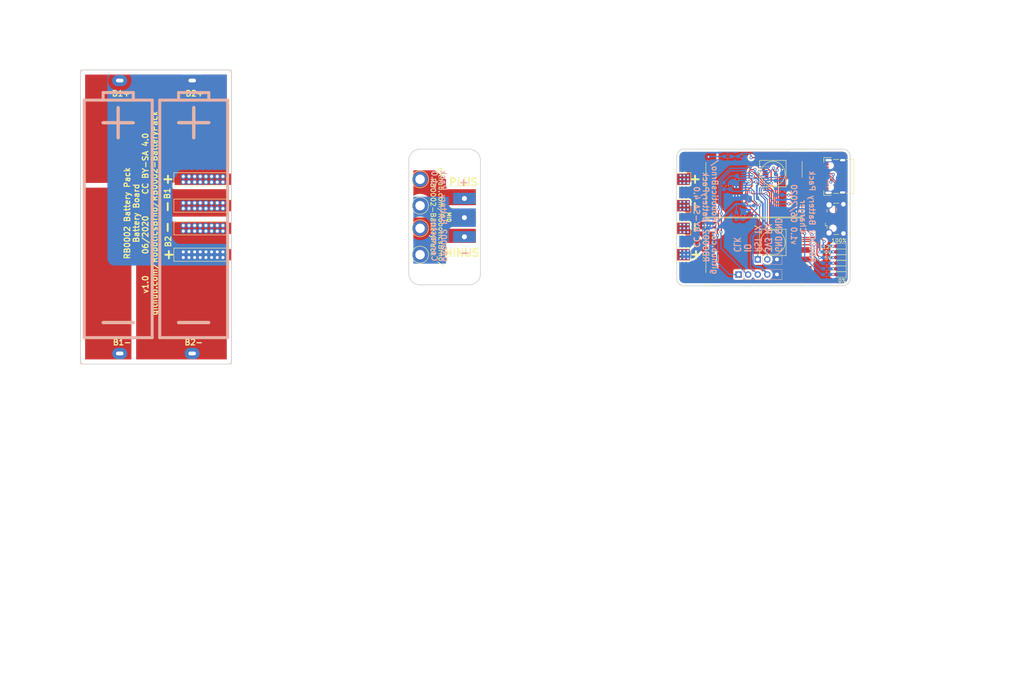
<source format=kicad_pcb>
(kicad_pcb (version 20241229) (generator "pcbnew") (generator_version "9.0")
  (layers (0 "F.Cu" signal) (2 "B.Cu" signal) (13 "F.Paste" user) (15 "B.Paste" user) (5 "F.SilkS" user "F.Silkscreen") (7 "B.SilkS" user "B.Silkscreen") (1 "F.Mask" user) (3 "B.Mask" user) (25 "Edge.Cuts" user))
  (net 0 "")
  (net 1 "+3V3")
  (net 2 "GND")
  (net 3 "VBUS")
  (net 4 "Net-(D1-Pad2)")
  (net 5 "Net-(D2-Pad2)")
  (net 6 "Net-(D3-Pad2)")
  (net 7 "D+")
  (net 8 "D-")
  (net 9 "RST")
  (net 10 "SWCLK")
  (net 11 "SWDIO")
  (net 12 "RX")
  (net 13 "TX")
  (net 14 "Net-(J14-Pad1)")
  (net 15 "Net-(J16-Pad1)")
  (net 16 "Net-(R5-Pad1)")
  (net 17 "Net-(R6-Pad1)")
  (net 18 "Net-(R7-Pad1)")
  (net 19 "/VBUS_SENSE")
  (net 20 "/OUT+")
  (net 21 "/MID")
  (net 22 "/OUT-")
  (net 23 "/BP_B2+")
  (net 24 "/BP_B2-")
  (net 25 "/BP_B1-")
  (net 26 "/BP_B1+")
  (net 27 "BAT1+")
  (net 28 "Net-(D4-Pad2)")
  (net 29 "Net-(D5-Pad2)")
  (net 30 "Net-(D6-Pad2)")
  (net 31 "BAT2+")
  (net 32 "BAT2_V")
  (net 33 "BAT1_V")
  (net 34 "Net-(R14-Pad1)")
  (net 35 "Net-(R15-Pad1)")
  (net 36 "Net-(R16-Pad1)")
  (footprint "Connector_USB:USB_Micro-B_Wuerth_629105150521_CircularHoles" (layer "F.Cu") (at 230.25 70.5 90)
    (property "Reference" "J1" (hide yes))
    (property "Value" "Mirco USB")
  )
  (footprint "batteryPack:2mm_Banana-Socket" (layer "F.Cu") (at 70 80 -90)
    (property "Reference" "J9" (hide yes))
    (property "Value" "B2+")
  )
  (footprint "batteryPack:2mm_Banana-Socket" (layer "F.Cu") (at 70 60 -90)
    (property "Reference" "J10" (hide yes))
    (property "Value" "B1+")
  )
  (footprint "batteryPack:2mm_Banana-Socket" (layer "F.Cu") (at 70 67 -90)
    (property "Reference" "J11" (hide yes))
    (property "Value" "B1-")
  )
  (footprint "batteryPack:2mm_Banana-Socket" (layer "F.Cu") (at 70 73 -90)
    (property "Reference" "J12" (hide yes))
    (property "Value" "B2-")
  )
  (footprint "batteryPack:USB_C_Female-16Pin-HPJF" (layer "F.Cu") (at 227.25 59.25 90)
    (property "Reference" "P1" (hide yes))
    (property "Value" "USB-C")
  )
  (footprint "batteryPack:TP5100-Module" (layer "F.Cu") (at 208.5 79.25 180)
    (property "Reference" "U4" (hide yes))
    (property "Value" "TP5100-Module")
  )
  (footprint "batteryPack:2mm_Banana-Vertical" (layer "F.Cu") (at 120 67)
    (property "Reference" "J3" (hide yes))
    (property "Value" "B1-")
  )
  (footprint "batteryPack:2mm_Banana-Vertical" (layer "F.Cu") (at 120 80)
    (property "Reference" "J5" (hide yes))
    (property "Value" "B2+")
  )
  (footprint "MountingHole:MountingHole_3.2mm_M3" (layer "F.Cu") (at 129 56)
    (property "Reference" "H1" (hide yes))
    (property "Value" "MountingHole")
  )
  (footprint "MountingHole:MountingHole_3.2mm_M3" (layer "F.Cu") (at 129 84)
    (property "Reference" "H2" (hide yes))
    (property "Value" "MountingHole")
  )
  (footprint "batteryPack:Terminal_1x03_P5.08mm_Horizontal" (layer "F.Cu") (at 131.75 75.25 90)
    (property "Reference" "J6" (hide yes))
    (property "Value" "CableConnector")
  )
  (footprint "batteryPack:2mm_Banana-Vertical" (layer "F.Cu") (at 120 73)
    (property "Reference" "J4" (hide yes))
    (property "Value" "B2-")
  )
  (footprint "batteryPack:2mm_Banana-Vertical" (layer "F.Cu") (at 120 60)
    (property "Reference" "J2" (hide yes))
    (property "Value" "B1+")
  )
  (footprint "batteryPack:TP5100-Module" (layer "F.Cu") (at 208.5 61 180)
    (property "Reference" "U1" (hide yes))
    (property "Value" "TP5100-Module")
  )
  (footprint "LED_SMD:LED_0603_1608Metric_Pad1.05x0.95mm_HandSolder" (layer "F.Cu") (at 231.25 77.75 180)
    (property "Reference" "D3" (hide yes))
    (property "Value" "LED_12V")
  )
  (footprint "batteryPack:2mm_Banana-Plug" (layer "F.Cu") (at 188 67 90)
    (property "Reference" "J14" (hide yes))
    (property "Value" "B1-")
  )
  (footprint "batteryPack:2mm_Banana-Plug" (layer "F.Cu") (at 188 60 90)
    (property "Reference" "J13" (hide yes))
    (property "Value" "B1+")
  )
  (footprint "batteryPack:2mm_Banana-Plug" (layer "F.Cu") (at 188 73 90)
    (property "Reference" "J16" (hide yes))
    (property "Value" "B2-")
  )
  (footprint "batteryPack:2mm_Banana-Plug" (layer "F.Cu") (at 188 80 90)
    (property "Reference" "J15" (hide yes))
    (property "Value" "B2+")
  )
  (footprint "LED_SMD:LED_0603_1608Metric_Pad1.05x0.95mm_HandSolder" (layer "F.Cu") (at 231.25 79.25 180)
    (property "Reference" "D2" (hide yes))
    (property "Value" "LED_9V")
  )
  (footprint "LED_SMD:LED_0603_1608Metric_Pad1.05x0.95mm_HandSolder" (layer "F.Cu") (at 231.25 82.25 180)
    (property "Reference" "D4" (hide yes))
    (property "Value" "LED_40%")
  )
  (footprint "LED_SMD:LED_0603_1608Metric_Pad1.05x0.95mm_HandSolder" (layer "F.Cu") (at 231.25 83.75 180)
    (property "Reference" "D5" (hide yes))
    (property "Value" "LED_20%")
  )
  (footprint "LED_SMD:LED_0603_1608Metric_Pad1.05x0.95mm_HandSolder" (layer "F.Cu") (at 231.25 85.25 180)
    (property "Reference" "D6" (hide yes))
    (property "Value" "LED_0%")
  )
  (footprint "LED_SMD:LED_0603_1608Metric_Pad1.05x0.95mm_HandSolder" (layer "F.Cu") (at 231.25 80.75 180)
    (property "Reference" "D1" (hide yes))
    (property "Value" "LED_5V")
  )
  (footprint "batteryPack:BAT_BK-18650-PC4" (layer "B.Cu") (at 50 70 -90)
    (property "Reference" "BT1" (hide yes))
    (property "Value" "BK-18650-PC4")
  )
  (footprint "Capacitor_SMD:C_0603_1608Metric_Pad1.05x0.95mm_HandSolder" (layer "B.Cu") (at 204 60 90)
    (property "Reference" "C1" (hide yes))
    (property "Value" "470n")
  )
  (footprint "Capacitor_SMD:C_0603_1608Metric_Pad1.05x0.95mm_HandSolder" (layer "B.Cu") (at 205.75 65.75 -90)
    (property "Reference" "C2" (hide yes))
    (property "Value" "470n")
  )
  (footprint "Connector_PinHeader_2.54mm:PinHeader_1x05_P2.54mm_Vertical" (layer "B.Cu") (at 204.42 85.25 -90)
    (property "Reference" "J7" (hide yes))
    (property "Value" "SWD")
  )
  (footprint "Connector_PinHeader_2.54mm:PinHeader_1x03_P2.54mm_Vertical" (layer "B.Cu") (at 209.5 81.25 -90)
    (property "Reference" "J8" (hide yes))
    (property "Value" "UART")
  )
  (footprint "Resistor_SMD:R_0603_1608Metric_Pad1.05x0.95mm_HandSolder" (layer "B.Cu") (at 200.5 61.75 -90)
    (property "Reference" "R1" (hide yes))
    (property "Value" "10k")
  )
  (footprint "Resistor_SMD:R_0603_1608Metric_Pad1.05x0.95mm_HandSolder" (layer "B.Cu") (at 202.25 61.75 90)
    (property "Reference" "R2" (hide yes))
    (property "Value" "2k4")
  )
  (footprint "Resistor_SMD:R_0603_1608Metric_Pad1.05x0.95mm_HandSolder" (layer "B.Cu") (at 214.25 63.25 -90)
    (property "Reference" "R3" (hide yes))
    (property "Value" "10k")
  )
  (footprint "Resistor_SMD:R_0603_1608Metric_Pad1.05x0.95mm_HandSolder" (layer "B.Cu") (at 216 63.25 90)
    (property "Reference" "R4" (hide yes))
    (property "Value" "2k4")
  )
  (footprint "Resistor_SMD:R_0603_1608Metric_Pad1.05x0.95mm_HandSolder" (layer "B.Cu") (at 214.25 59.5 -90)
    (property "Reference" "R8" (hide yes))
    (property "Value" "62k")
  )
  (footprint "Resistor_SMD:R_0603_1608Metric_Pad1.05x0.95mm_HandSolder" (layer "B.Cu") (at 216 59.5 90)
    (property "Reference" "R9" (hide yes))
    (property "Value" "10k")
  )
  (footprint "Resistor_SMD:R_0603_1608Metric_Pad1.05x0.95mm_HandSolder" (layer "B.Cu") (at 227.75 80.75)
    (property "Reference" "R5" (hide yes))
    (property "Value" "1k")
  )
  (footprint "Package_SO:TSSOP-20_4.4x6.5mm_P0.65mm" (layer "B.Cu") (at 208.75 60 180)
    (property "Reference" "U2" (hide yes))
    (property "Value" "STM32F030F4Px")
  )
  (footprint "Resistor_SMD:R_0603_1608Metric_Pad1.05x0.95mm_HandSolder" (layer "B.Cu") (at 227.75 77.75)
    (property "Reference" "R7" (hide yes))
    (property "Value" "1k")
  )
  (footprint "Resistor_SMD:R_0603_1608Metric_Pad1.05x0.95mm_HandSolder" (layer "B.Cu") (at 203.85 69.65 -90)
    (property "Reference" "R10" (hide yes))
    (property "Value" "10k")
  )
  (footprint "Resistor_SMD:R_0603_1608Metric_Pad1.05x0.95mm_HandSolder" (layer "B.Cu") (at 205.55 69.65 90)
    (property "Reference" "R11" (hide yes))
    (property "Value" "20k")
  )
  (footprint "Resistor_SMD:R_0603_1608Metric_Pad1.05x0.95mm_HandSolder" (layer "B.Cu") (at 201.55 53.95)
    (property "Reference" "R12" (hide yes))
    (property "Value" "10k")
  )
  (footprint "Resistor_SMD:R_0603_1608Metric_Pad1.05x0.95mm_HandSolder" (layer "B.Cu") (at 205.25 53.95)
    (property "Reference" "R13" (hide yes))
    (property "Value" "20k")
  )
  (footprint "Resistor_SMD:R_0603_1608Metric_Pad1.05x0.95mm_HandSolder" (layer "B.Cu") (at 227.75 82.25)
    (property "Reference" "R14" (hide yes))
    (property "Value" "1k")
  )
  (footprint "Resistor_SMD:R_0603_1608Metric_Pad1.05x0.95mm_HandSolder" (layer "B.Cu") (at 227.75 83.75)
    (property "Reference" "R15" (hide yes))
    (property "Value" "1k")
  )
  (footprint "Resistor_SMD:R_0603_1608Metric_Pad1.05x0.95mm_HandSolder" (layer "B.Cu") (at 227.75 85.25)
    (property "Reference" "R16" (hide yes))
    (property "Value" "1k")
  )
  (footprint "Package_TO_SOT_SMD:SOT-23" (layer "B.Cu") (at 208.5 66 -90)
    (property "Reference" "U3" (hide yes))
    (property "Value" "XC6206P332MR")
  )
  (footprint "Resistor_SMD:R_0603_1608Metric_Pad1.05x0.95mm_HandSolder" (layer "B.Cu") (at 227.75 79.25)
    (property "Reference" "R6" (hide yes))
    (property "Value" "1k")
  )
  (gr_line (start 35.975 45) (end 43.975 45) (stroke (width 0.8)) (layer "F.SilkS"))
  (gr_line (start 39.975 49) (end 39.975 41) (stroke (width 0.8)) (layer "F.SilkS"))
  (gr_line (start 60.025 48.975) (end 60.025 40.975) (stroke (width 0.8)) (layer "F.SilkS"))
  (gr_line (start 56.025 44.975) (end 64.025 44.975) (stroke (width 0.8)) (layer "F.SilkS"))
  (gr_line (start 55.975 98) (end 63.975 98) (stroke (width 0.8)) (layer "F.SilkS"))
  (gr_line (start 36 98) (end 44 98) (stroke (width 0.8)) (layer "F.SilkS"))
  (gr_line (start 69 39) (end 69 102) (stroke (width 0.8)) (layer "B.SilkS"))
  (gr_line (start 56 45) (end 64 45) (stroke (width 0.8)) (layer "B.SilkS"))
  (gr_line (start 64 37) (end 64 39) (stroke (width 0.8)) (layer "B.SilkS"))
  (gr_line (start 60 41) (end 60 49) (stroke (width 0.8)) (layer "B.SilkS"))
  (gr_line (start 56 37) (end 64 37) (stroke (width 0.8)) (layer "B.SilkS"))
  (gr_line (start 56 39) (end 56 37) (stroke (width 0.8)) (layer "B.SilkS"))
  (gr_line (start 51 102) (end 51 39) (stroke (width 0.8)) (layer "B.SilkS"))
  (gr_line (start 69 102) (end 51 102) (stroke (width 0.8)) (layer "B.SilkS"))
  (gr_line (start 51 39) (end 69 39) (stroke (width 0.8)) (layer "B.SilkS"))
  (gr_line (start 56 98) (end 64 98) (stroke (width 0.8)) (layer "B.SilkS"))
  (gr_line (start 36 45) (end 44 45) (stroke (width 0.8)) (layer "B.SilkS"))
  (gr_line (start 40 41) (end 40 49) (stroke (width 0.8)) (layer "B.SilkS"))
  (gr_line (start 31 39) (end 49 39) (stroke (width 0.8)) (layer "B.SilkS"))
  (gr_line (start 36 37) (end 44 37) (stroke (width 0.8)) (layer "B.SilkS"))
  (gr_line (start 31 102) (end 31 39) (stroke (width 0.8)) (layer "B.SilkS"))
  (gr_line (start 49 39) (end 49 102) (stroke (width 0.8)) (layer "B.SilkS"))
  (gr_line (start 49 102) (end 31 102) (stroke (width 0.8)) (layer "B.SilkS"))
  (gr_line (start 36 98) (end 44 98) (stroke (width 0.8)) (layer "B.SilkS"))
  (gr_line (start 44 37) (end 44 39) (stroke (width 0.8)) (layer "B.SilkS"))
  (gr_line (start 36 39) (end 36 37) (stroke (width 0.8)) (layer "B.SilkS"))
  (gr_line (start 234 54) (end 234 86.25) (stroke (width 0.2)) (layer "Edge.Cuts"))
  (gr_line (start 136 55) (end 136 85) (stroke (width 0.2)) (layer "Edge.Cuts"))
  (gr_line (start 117 85) (end 117 55) (stroke (width 0.2)) (layer "Edge.Cuts"))
  (gr_line (start 120 52) (end 133 52) (stroke (width 0.2)) (layer "Edge.Cuts"))
  (gr_line (start 133 88) (end 120 88) (stroke (width 0.2)) (layer "Edge.Cuts"))
  (gr_arc (start 136 85) (mid 135.12132 87.12132) (end 133 88) (stroke (width 0.2)) (layer "Edge.Cuts"))
  (gr_arc (start 120 88) (mid 117.87868 87.12132) (end 117 85) (stroke (width 0.2)) (layer "Edge.Cuts"))
  (gr_arc (start 117 55) (mid 117.87868 52.87868) (end 120 52) (stroke (width 0.2)) (layer "Edge.Cuts"))
  (gr_arc (start 31 109) (mid 30.292893 108.707107) (end 30 108) (stroke (width 0.2)) (layer "Edge.Cuts"))
  (gr_arc (start 30 32) (mid 30.292893 31.292893) (end 31 31) (stroke (width 0.2)) (layer "Edge.Cuts"))
  (gr_arc (start 69 31) (mid 69.707107 31.292893) (end 70 32) (stroke (width 0.2)) (layer "Edge.Cuts"))
  (gr_arc (start 232 52) (mid 233.414214 52.585786) (end 234 54) (stroke (width 0.2)) (layer "Edge.Cuts"))
  (gr_arc (start 188 54) (mid 188.585786 52.585786) (end 190 52) (stroke (width 0.2)) (layer "Edge.Cuts"))
  (gr_arc (start 190 88.25) (mid 188.585786 87.664214) (end 188 86.25) (stroke (width 0.2)) (layer "Edge.Cuts"))
  (gr_arc (start 234 86.25) (mid 233.414214 87.664214) (end 232 88.25) (stroke (width 0.2)) (layer "Edge.Cuts"))
  (gr_line (start 69 31) (end 31 31) (stroke (width 0.2)) (layer "Edge.Cuts"))
  (gr_line (start 31 109) (end 69 109) (stroke (width 0.2)) (layer "Edge.Cuts"))
  (gr_arc (start 70 108) (mid 69.707107 108.707107) (end 69 109) (stroke (width 0.2)) (layer "Edge.Cuts"))
  (gr_line (start 190 52) (end 232 52) (stroke (width 0.2)) (layer "Edge.Cuts"))
  (gr_arc (start 133 52) (mid 135.12132 52.87868) (end 136 55) (stroke (width 0.2)) (layer "Edge.Cuts"))
  (gr_line (start 232 88.25) (end 190 88.25) (stroke (width 0.2)) (layer "Edge.Cuts"))
  (gr_line (start 70 32) (end 70 108) (stroke (width 0.2)) (layer "Edge.Cuts"))
  (gr_line (start 188 86.25) (end 188 54) (stroke (width 0.2)) (layer "Edge.Cuts"))
  (gr_line (start 30 32) (end 30 108) (stroke (width 0.2)) (layer "Edge.Cuts"))
  (gr_text "MINUS" (at 131 79.5 0) (layer "F.SilkS") (effects (font (size 2 2) (thickness 0.4))))
  (gr_text "+" (at 53 60 90) (layer "F.SilkS") (effects (font (size 2.5 2.5) (thickness 0.5))))
  (gr_text "_" (at 51.75 67.25 90) (layer "F.SilkS") (effects (font (size 2.5 2.5) (thickness 0.5))))
  (gr_text "_" (at 51.75 72.75 90) (layer "F.SilkS") (effects (font (size 2.5 2.5) (thickness 0.5))))
  (gr_text "+" (at 53.25 80 90) (layer "F.SilkS") (effects (font (size 2.5 2.5) (thickness 0.5))))
  (gr_text "B2" (at 53.25 76.5 90) (layer "F.SilkS") (effects (font (size 1.5 1.5) (thickness 0.3))))
  (gr_text "B1" (at 53 63.75 90) (layer "F.SilkS") (effects (font (size 1.5 1.5) (thickness 0.3))))
  (gr_text "B2+" (at 60.25 37.25 0) (layer "F.SilkS") (effects (font (size 1.5 1.5) (thickness 0.3))))
  (gr_text "B2-" (at 60 103.25 0) (layer "F.SilkS") (effects (font (size 1.5 1.5) (thickness 0.3))))
  (gr_text "B1-" (at 41 103.25 0) (layer "F.SilkS") (effects (font (size 1.5 1.5) (thickness 0.3))))
  (gr_text "github.com/RoboticsBrno/\nRB0002-BatteryPack" (at 124.5 70 270) (layer "F.SilkS") (effects (font (size 1.3 1.3) (thickness 0.2))))
  (gr_text "0%" (at 231.85 86.85 0) (layer "F.SilkS") (effects (font (size 1 1))))
  (gr_text "_" (at 191.45 67.25 90) (layer "F.SilkS") (effects (font (size 2.5 2.5) (thickness 0.5))))
  (gr_text "+" (at 192.7 60 90) (layer "F.SilkS") (effects (font (size 2.5 2.5) (thickness 0.5))))
  (gr_text "_" (at 191.45 72.75 90) (layer "F.SilkS") (effects (font (size 2.5 2.5) (thickness 0.5))))
  (gr_text "+" (at 192.95 80 90) (layer "F.SilkS") (effects (font (size 2.5 2.5) (thickness 0.5))))
  (gr_text "MID" (at 127.637 70.037 270) (layer "F.SilkS") (effects (font (size 1 1) (thickness 0.25))))
  (gr_text "B1+" (at 40.75 37.25 0) (layer "F.SilkS") (effects (font (size 1.5 1.5) (thickness 0.3))))
  (gr_text "12V\n9V\n5V\n" (at 228.05 79.45 0) (layer "F.SilkS") (effects (font (size 0.9 1))))
  (gr_text "PLUS" (at 131.5 60.75 0) (layer "F.SilkS") (effects (font (size 2 2) (thickness 0.4))))
  (gr_text "100%" (at 231.05 76.25 0) (layer "F.SilkS") (effects (font (size 1 1))))
  (gr_text "RB0002 Battery Pack\nBattery Board\nv1.0     06/2020     CC BY-SA 4.0\ngithub.com/RoboticsBrno/RB0002-BatteryPack" (at 46 69 90) (layer "F.SilkS") (effects (font (size 1.5 1.5) (thickness 0.3))))
  (gr_text "GND\nRX\nTX" (at 212.25 74.75 270) (layer "B.SilkS") (effects (font (size 1.7 1.4) (thickness 0.3)) (justify left mirror)))
  (gr_text "github.com/RoboticsBrno/\nRB0002-BatteryPack\nCC BY-SA 4.0" (at 195.709 70.037 270) (layer "B.SilkS") (effects (font (size 1.5 1.5) (thickness 0.3)) (justify mirror)))
  (gr_text "RB0002 Battery Pack\nConnector       v1.0" (at 125 69.75 270) (layer "B.SilkS") (effects (font (size 1.5 1.5) (thickness 0.3)) (justify mirror)))
  (gr_text "RB0002 Battery Pack\nCharger\n v1.0 06/2020" (at 221.49 69.91 270) (layer "B.SilkS") (effects (font (size 1.5 1.5) (thickness 0.3)) (justify mirror)))
  (gr_text "+" (at 131.574 60.766 0) (layer "B.SilkS") (effects (font (size 2 2) (thickness 0.4)) (justify mirror)))
  (gr_text "-" (at 131.955 79.435 0) (layer "B.SilkS") (effects (font (size 2 2) (thickness 0.4)) (justify mirror)))
  (gr_text "GND\n3V3\nRST\nIO\nCLK" (at 209.5 79.5 270) (layer "B.SilkS") (effects (font (size 1.7 1.4) (thickness 0.3)) (justify left mirror)))
  (segment (start 209.849507 60.298049) (end 209.301458 59.75) (width 0.5) (layer "B.Cu") (net 1))
  (segment (start 212 85) (end 210.25 83.25) (width 0.5) (layer "B.Cu") (net 1))
  (segment (start 216.5 59.5) (end 216.82501 59.82501) (width 0.3) (layer "B.Cu") (net 1))
  (segment (start 211.6125 59.675) (end 212.45 59.675) (width 0.3) (layer "B.Cu") (net 1))
  (segment (start 207.947625 59.861805) (end 209.138195 59.861805) (width 0.25) (layer "B.Cu") (net 1))
  (segment (start 209.301458 59.75) (end 209.25 59.75) (width 0.5) (layer "B.Cu") (net 1))
  (segment (start 204.55 59.675) (end 205.8875 59.675) (width 0.3) (layer "B.Cu") (net 1))
  (segment (start 212.45 59.675) (end 212.625 59.5) (width 0.3) (layer "B.Cu") (net 1))
  (segment (start 209.290589 59.709411) (end 210.562355 59.709411) (width 0.25) (layer "B.Cu") (net 1))
  (segment (start 210.850012 66.450012) (end 209.45 65.05) (width 0.5) (layer "B.Cu") (net 1))
  (segment (start 209.249979 61.685047) (end 209.849507 61.085519) (width 0.5) (layer "B.Cu") (net 1))
  (segment (start 216.82501 59.82501) (end 216.82501 60.92499) (width 0.3) (layer "B.Cu") (net 1))
  (segment (start 200.5 60.875) (end 202.25 59.125) (width 0.3) (layer "B.Cu") (net 1))
  (segment (start 212.625 59.5) (end 216.5 59.5) (width 0.3) (layer "B.Cu") (net 1))
  (segment (start 216.49999 61.25001) (end 215.37499 61.25001) (width 0.3) (layer "B.Cu") (net 1))
  (segment (start 214.749072 61.875928) (end 214.25 62.375) (width 0.3) (layer "B.Cu") (net 1))
  (segment (start 212 85.25) (end 212 85) (width 0.5) (layer "B.Cu") (net 1))
  (segment (start 202.25 59.125) (end 204 59.125) (width 0.3) (layer "B.Cu") (net 1))
  (segment (start 204 59.125) (end 204.55 59.675) (width 0.3) (layer "B.Cu") (net 1))
  (segment (start 215.37499 61.25001) (end 214.749072 61.875928) (width 0.3) (layer "B.Cu") (net 1))
  (segment (start 209.249979 64.799979) (end 209.249979 61.685047) (width 0.5) (layer "B.Cu") (net 1))
  (segment (start 209.138195 59.861805) (end 209.25 59.75) (width 0.25) (layer "B.Cu") (net 1))
  (segment (start 207.76082 59.675) (end 207.947625 59.861805) (width 0.25) (layer "B.Cu") (net 1))
  (segment (start 210.562355 59.709411) (end 211.675 59.675) (width 0.25) (layer "B.Cu") (net 1))
  (segment (start 209.849507 61.085519) (end 209.849507 60.298049) (width 0.5) (layer "B.Cu") (net 1))
  (segment (start 208.199999 82.460001) (end 208.199999 75.250001) (width 0.5) (layer "B.Cu") (net 1))
  (segment (start 210.25 83.25) (end 208.989998 83.25) (width 0.5) (layer "B.Cu") (net 1))
  (segment (start 208.199999 75.250001) (end 210.850012 72.599988) (width 0.5) (layer "B.Cu") (net 1))
  (segment (start 209.25 59.75) (end 209.290589 59.709411) (width 0.25) (layer "B.Cu") (net 1))
  (segment (start 209.45 65.05) (end 209.45 65) (width 0.5) (layer "B.Cu") (net 1))
  (segment (start 205.8875 59.675) (end 207.76082 59.675) (width 0.25) (layer "B.Cu") (net 1))
  (segment (start 216.82501 60.92499) (end 216.49999 61.25001) (width 0.3) (layer "B.Cu") (net 1))
  (segment (start 209.45 65) (end 209.249979 64.799979) (width 0.5) (layer "B.Cu") (net 1))
  (segment (start 208.989998 83.25) (end 208.199999 82.460001) (width 0.5) (layer "B.Cu") (net 1))
  (segment (start 210.850012 72.599988) (end 210.850012 66.450012) (width 0.5) (layer "B.Cu") (net 1))
  (segment (start 228.35 66.825) (end 228.4 66.775) (width 0.25) (layer "F.Cu") (net 2))
  (segment (start 227.25 62.6) (end 227.25 62.3) (width 0.25) (layer "F.Cu") (net 2))
  (segment (start 227.25 56.2) (end 227.25 55.9) (width 0.25) (layer "F.Cu") (net 2))
  (segment (start 228.35 69.2) (end 228.35 66.825) (width 0.25) (layer "F.Cu") (net 2))
  (via (at 219.75 67.5) (size 0.8) (drill 0.4) (layers "F.Cu" "B.Cu") (net 2))
  (via (at 219.75 68.5) (size 0.8) (drill 0.4) (layers "F.Cu" "B.Cu") (net 2))
  (via (at 220.75 67.5) (size 0.8) (drill 0.4) (layers "F.Cu" "B.Cu") (net 2))
  (via (at 220.75 68.5) (size 0.8) (drill 0.4) (layers "F.Cu" "B.Cu") (net 2))
  (via (at 221.75 67.5) (size 0.8) (drill 0.4) (layers "F.Cu" "B.Cu") (net 2))
  (via (at 204.65 64.35) (size 0.8) (drill 0.4) (layers "F.Cu" "B.Cu") (net 2))
  (via (at 210.15 56.65) (size 0.8) (drill 0.4) (layers "F.Cu" "B.Cu") (net 2))
  (via (at 221.75 68.5) (size 0.8) (drill 0.4) (layers "F.Cu" "B.Cu") (net 2))
  (via (at 203.85 64.35) (size 0.8) (drill 0.4) (layers "F.Cu" "B.Cu") (net 2))
  (via (at 203.37497 62) (size 0.8) (drill 0.4) (layers "F.Cu" "B.Cu") (net 2))
  (via (at 208.45 69.85) (size 0.8) (drill 0.4) (layers "F.Cu" "B.Cu") (net 2))
  (via (at 206.65 68.55) (size 0.8) (drill 0.4) (layers "F.Cu" "B.Cu") (net 2))
  (via (at 216.050004 57.45) (size 0.8) (drill 0.4) (layers "F.Cu" "B.Cu") (net 2))
  (via (at 204.25 62.05) (size 0.8) (drill 0.4) (layers "F.Cu" "B.Cu") (net 2))
  (via (at 203.05 64.35) (size 0.8) (drill 0.4) (layers "F.Cu" "B.Cu") (net 2))
  (segment (start 204 61.4) (end 203.4 62) (width 0.3) (layer "B.Cu") (net 2))
  (segment (start 216 57.500004) (end 216.050004 57.45) (width 0.3) (layer "B.Cu") (net 2))
  (segment (start 218 62.25) (end 217.875 62.375) (width 0.25) (layer "B.Cu") (net 2))
  (segment (start 204.55 60.325) (end 204 60.875) (width 0.3) (layer "B.Cu") (net 2))
  (segment (start 205.55 68.775) (end 206.425 68.775) (width 0.3) (layer "B.Cu") (net 2))
  (segment (start 210.575 57.075) (end 210.15 56.65) (width 0.3) (layer "B.Cu") (net 2))
  (segment (start 218 60.15) (end 218 62.25) (width 0.25) (layer "B.Cu") (net 2))
  (segment (start 206.425 68.775) (end 206.65 68.55) (width 0.3) (layer "B.Cu") (net 2))
  (segment (start 206.625 64.25) (end 206.625 65.125) (width 0.5) (layer "B.Cu") (net 2))
  (segment (start 217.875 62.375) (end 216 62.375) (width 0.25) (layer "B.Cu") (net 2))
  (segment (start 206.625 65.725) (end 207 66.1) (width 0.5) (layer "B.Cu") (net 2))
  (segment (start 206.625 65.125) (end 206.625 65.725) (width 0.5) (layer "B.Cu") (net 2))
  (segment (start 205.8875 60.325) (end 204.55 60.325) (width 0.3) (layer "B.Cu") (net 2))
  (segment (start 216 58.625) (end 216 57.500004) (width 0.3) (layer "B.Cu") (net 2))
  (segment (start 216.475 58.625) (end 218 60.15) (width 0.25) (layer "B.Cu") (net 2))
  (segment (start 211.6125 57.075) (end 210.575 57.075) (width 0.3) (layer "B.Cu") (net 2))
  (segment (start 217.71728 62.375) (end 218.09228 62) (width 0.3) (layer "B.Cu") (net 2))
  (segment (start 216 58.625) (end 216.475 58.625) (width 0.25) (layer "B.Cu") (net 2))
  (segment (start 216 62.375) (end 217.71728 62.375) (width 0.3) (layer "B.Cu") (net 2))
  (segment (start 203.4 62) (end 203.37497 62) (width 0.3) (layer "B.Cu") (net 2))
  (segment (start 204 60.875) (end 204 61.4) (width 0.3) (layer "B.Cu") (net 2))
  (segment (start 202.25 60.875) (end 204 60.875) (width 0.3) (layer "B.Cu") (net 2))
  (segment (start 216.100011 59.767991) (end 216.100011 68.850011) (width 2) (layer "F.Cu") (net 3))
  (segment (start 220.361283 72.25) (end 219.5 72.25) (width 2) (layer "F.Cu") (net 3))
  (segment (start 219.5 56.368002) (end 216.100011 59.767991) (width 2) (layer "F.Cu") (net 3))
  (segment (start 219.5 54) (end 219.5 56.368002) (width 2) (layer "F.Cu") (net 3))
  (segment (start 216.100011 68.850011) (end 219.5 72.25) (width 2) (layer "F.Cu") (net 3))
  (segment (start 219.5 54) (end 217.647514 54) (width 0.3) (layer "F.Cu") (net 3))
  (segment (start 214.629659 57.017855) (end 214.629659 57.58354) (width 0.3) (layer "F.Cu") (net 3))
  (segment (start 217.647514 54) (end 214.629659 57.017855) (width 0.3) (layer "F.Cu") (net 3))
  (via (at 214.629659 57.58354) (size 0.8) (drill 0.4) (layers "F.Cu" "B.Cu") (net 3))
  (segment (start 214.25 57.963199) (end 214.629659 57.58354) (width 0.3) (layer "B.Cu") (net 3))
  (segment (start 214.25 58.625) (end 214.25 57.963199) (width 0.3) (layer "B.Cu") (net 3))
  (segment (start 229.5 80.75) (end 230.5 80.75) (width 0.25) (layer "F.Cu") (net 4))
  (via (at 229.5 80.75) (size 0.8) (drill 0.4) (layers "F.Cu" "B.Cu") (net 4))
  (segment (start 228.625 80.75) (end 229.5 80.75) (width 0.25) (layer "B.Cu") (net 4))
  (segment (start 230.375 79.25) (end 229.5 79.25) (width 0.25) (layer "F.Cu") (net 5))
  (via (at 229.5 79.25) (size 0.8) (drill 0.4) (layers "F.Cu" "B.Cu") (net 5))
  (segment (start 229.5 79.25) (end 228.5 79.25) (width 0.25) (layer "B.Cu") (net 5))
  (segment (start 230.25 77.75) (end 230.5 77.75) (width 0.25) (layer "F.Cu") (net 6))
  (segment (start 229.5 77.75) (end 230.25 77.75) (width 0.25) (layer "F.Cu") (net 6))
  (via (at 229.5 77.75) (size 0.8) (drill 0.4) (layers "F.Cu" "B.Cu") (net 6))
  (segment (start 228.625 77.75) (end 229.5 77.75) (width 0.25) (layer "B.Cu") (net 6))
  (segment (start 228.844212 60.73315) (end 228.844212 60.155788) (width 0.25) (layer "F.Cu") (net 7))
  (segment (start 224.5 64.914998) (end 223.777679 64.192677) (width 0.25) (layer "F.Cu") (net 7))
  (segment (start 223.777679 64.192677) (end 218.265706 64.192677) (width 0.25) (layer "F.Cu") (net 7))
  (segment (start 227.25 58.5) (end 229.25 58.5) (width 0.25) (layer "F.Cu") (net 7))
  (segment (start 229 60) (end 228.485003 59.5) (width 0.25) (layer "F.Cu") (net 7))
  (segment (start 229.25 58.5) (end 229.5 58.75) (width 0.25) (layer "F.Cu") (net 7))
  (segment (start 230.175001 61.189998) (end 229 60) (width 0.25) (layer "F.Cu") (net 7))
  (segment (start 218.265706 64.192677) (end 217.700021 64.192677) (width 0.25) (layer "F.Cu") (net 7))
  (segment (start 229.25 70.5) (end 230.175001 69.574999) (width 0.25) (layer "F.Cu") (net 7))
  (segment (start 228.844212 60.155788) (end 229 60) (width 0.25) (layer "F.Cu") (net 7))
  (segment (start 228.485003 59.5) (end 227.25 59.5) (width 0.25) (layer "F.Cu") (net 7))
  (segment (start 228.35 70.5) (end 229.25 70.5) (width 0.25) (layer "F.Cu") (net 7))
  (segment (start 227.45 70.5) (end 224.5 67.55) (width 0.25) (layer "F.Cu") (net 7))
  (segment (start 230.175001 69.574999) (end 230.175001 61.189998) (width 0.25) (layer "F.Cu") (net 7))
  (segment (start 228.35 70.5) (end 227.45 70.5) (width 0.25) (layer "F.Cu") (net 7))
  (segment (start 224.5 67.55) (end 224.5 64.914998) (width 0.25) (layer "F.Cu") (net 7))
  (via (at 217.700021 64.192677) (size 0.8) (drill 0.4) (layers "F.Cu" "B.Cu") (net 7))
  (via (at 229.5 58.75) (size 0.8) (drill 0.4) (layers "F.Cu" "B.Cu") (net 7))
  (via (at 228.844212 60.73315) (size 0.8) (drill 0.4) (layers "F.Cu" "B.Cu") (net 7))
  (segment (start 214.25 64.125) (end 216 64.125) (width 0.3) (layer "B.Cu") (net 7))
  (segment (start 217.632344 64.125) (end 217.700021 64.192677) (width 0.25) (layer "B.Cu") (net 7))
  (segment (start 211.6125 62.925) (end 213.05 62.925) (width 0.3) (layer "B.Cu") (net 7))
  (segment (start 216 64.125) (end 217.632344 64.125) (width 0.25) (layer "B.Cu") (net 7))
  (segment (start 213.05 62.925) (end 213.750928 63.625928) (width 0.3) (layer "B.Cu") (net 7))
  (segment (start 229.5 58.75) (end 229.5 60.077362) (width 0.25) (layer "B.Cu") (net 7))
  (segment (start 229.5 60.077362) (end 228.844212 60.73315) (width 0.25) (layer "B.Cu") (net 7))
  (segment (start 213.750928 63.625928) (end 214.25 64.125) (width 0.3) (layer "B.Cu") (net 7))
  (segment (start 208.051124 63.821818) (end 207.558248 63.328942) (width 0.25) (layer "F.Cu") (net 8))
  (segment (start 227.25 59) (end 228.636411 59) (width 0.25) (layer "F.Cu") (net 8))
  (segment (start 227.45 71.15) (end 224.04999 67.74999) (width 0.25) (layer "F.Cu") (net 8))
  (segment (start 224.04999 66.92499) (end 223.70001 66.57501) (width 0.25) (layer "F.Cu") (net 8))
  (segment (start 224.04999 67.74999) (end 224.04999 66.92499) (width 0.25) (layer "F.Cu") (net 8))
  (segment (start 225.924999 59.075001) (end 225.924999 59.924999) (width 0.25) (layer "F.Cu") (net 8))
  (segment (start 229.25 71.15) (end 228.35 71.15) (width 0.25) (layer "F.Cu") (net 8))
  (segment (start 226 59) (end 225.924999 59.075001) (width 0.25) (layer "F.Cu") (net 8))
  (segment (start 223.70001 66.57501) (end 217.78519 66.57501) (width 0.25) (layer "F.Cu") (net 8))
  (segment (start 226 60) (end 227.25 60) (width 0.25) (layer "F.Cu") (net 8))
  (segment (start 230.625012 60.988601) (end 230.625012 69.774988) (width 0.25) (layer "F.Cu") (net 8))
  (segment (start 228.35 71.15) (end 227.45 71.15) (width 0.25) (layer "F.Cu") (net 8))
  (segment (start 230.625012 69.774988) (end 229.25 71.15) (width 0.25) (layer "F.Cu") (net 8))
  (segment (start 228.636411 59) (end 230.625012 60.988601) (width 0.25) (layer "F.Cu") (net 8))
  (segment (start 211.64926 63.821818) (end 208.051124 63.821818) (width 0.25) (layer "F.Cu") (net 8))
  (segment (start 227.25 59) (end 226 59) (width 0.25) (layer "F.Cu") (net 8))
  (segment (start 217.78519 66.57501) (end 217.700021 66.489841) (width 0.25) (layer "F.Cu") (net 8))
  (segment (start 225.924999 59.924999) (end 226 60) (width 0.25) (layer "F.Cu") (net 8))
  (via (at 207.558248 63.328942) (size 0.8) (drill 0.4) (layers "F.Cu" "B.Cu") (net 8))
  (via (at 217.700021 66.489841) (size 0.8) (drill 0.4) (layers "F.Cu" "B.Cu") (net 8))
  (via (at 211.64926 63.821818) (size 0.8) (drill 0.4) (layers "F.Cu" "B.Cu") (net 8))
  (segment (start 207.154306 62.925) (end 207.558248 63.328942) (width 0.25) (layer "B.Cu") (net 8))
  (segment (start 217.700021 66.489841) (end 214.317283 66.489841) (width 0.25) (layer "B.Cu") (net 8))
  (segment (start 205.8875 62.925) (end 205.61679 63.19571) (width 0.3) (layer "B.Cu") (net 8))
  (segment (start 200.5 62.625) (end 202.25 62.625) (width 0.3) (layer "B.Cu") (net 8))
  (segment (start 212.049259 64.221817) (end 211.64926 63.821818) (width 0.25) (layer "B.Cu") (net 8))
  (segment (start 205.61679 63.19571) (end 202.82071 63.19571) (width 0.3) (layer "B.Cu") (net 8))
  (segment (start 202.82071 63.19571) (end 202.749072 63.124072) (width 0.3) (layer "B.Cu") (net 8))
  (segment (start 205.8875 62.925) (end 207.154306 62.925) (width 0.25) (layer "B.Cu") (net 8))
  (segment (start 202.749072 63.124072) (end 202.25 62.625) (width 0.3) (layer "B.Cu") (net 8))
  (segment (start 214.317283 66.489841) (end 212.049259 64.221817) (width 0.25) (layer "B.Cu") (net 8))
  (segment (start 210.00001 66.848674) (end 209.148674 66.848674) (width 0.3) (layer "F.Cu") (net 9))
  (segment (start 207.971855 61.805331) (end 207.971855 60.269192) (width 0.3) (layer "F.Cu") (net 9))
  (segment (start 206.808246 62.96894) (end 207.971855 61.805331) (width 0.3) (layer "F.Cu") (net 9))
  (segment (start 207.203999 59.501336) (end 207.203999 57.896001) (width 0.3) (layer "F.Cu") (net 9))
  (segment (start 207.203999 57.896001) (end 207.659393 57.440607) (width 0.3) (layer "F.Cu") (net 9))
  (segment (start 206.808246 64.508246) (end 206.808246 62.96894) (width 0.3) (layer "F.Cu") (net 9))
  (segment (start 209.148674 66.848674) (end 206.808246 64.508246) (width 0.3) (layer "F.Cu") (net 9))
  (segment (start 207.659393 57.440607) (end 208.755807 57.440607) (width 0.3) (layer "F.Cu") (net 9))
  (segment (start 207.971855 60.269192) (end 207.203999 59.501336) (width 0.3) (layer "F.Cu") (net 9))
  (via (at 208.755807 57.440607) (size 0.8) (drill 0.4) (layers "F.Cu" "B.Cu") (net 9))
  (via (at 210.00001 66.848674) (size 0.8) (drill 0.4) (layers "F.Cu" "B.Cu") (net 9))
  (segment (start 208.755807 58.021492) (end 208.755807 58.006292) (width 0.3) (layer "B.Cu") (net 9))
  (segment (start 209.5 85.25) (end 207.599988 83.349988) (width 0.3) (layer "B.Cu") (net 9))
  (segment (start 211.75 59.05) (end 209.784315 59.05) (width 0.3) (layer "B.Cu") (net 9))
  (segment (start 210.00001 72.49999) (end 210.00001 67.414359) (width 0.3) (layer "B.Cu") (net 9))
  (segment (start 208.755807 58.006292) (end 208.755807 57.440607) (width 0.3) (layer "B.Cu") (net 9))
  (segment (start 210.00001 67.414359) (end 210.00001 66.848674) (width 0.3) (layer "B.Cu") (net 9))
  (segment (start 207.599988 83.349988) (end 207.599988 74.900012) (width 0.3) (layer "B.Cu") (net 9))
  (segment (start 207.599988 74.900012) (end 210.00001 72.49999) (width 0.3) (layer "B.Cu") (net 9))
  (segment (start 209.784315 59.05) (end 208.755807 58.021492) (width 0.3) (layer "B.Cu") (net 9))
  (segment (start 199.100002 73.389994) (end 198.85 73.639996) (width 0.3) (layer "F.Cu") (net 10))
  (segment (start 198.85 74.284315) (end 198.85 74.85) (width 0.3) (layer "F.Cu") (net 10))
  (segment (start 199.100002 67.95) (end 199.100002 73.389994) (width 0.3) (layer "F.Cu") (net 10))
  (segment (start 198.85 73.639996) (end 198.85 74.284315) (width 0.3) (layer "F.Cu") (net 10))
  (via (at 199.100002 67.95) (size 0.8) (drill 0.4) (layers "F.Cu" "B.Cu") (net 10))
  (via (at 198.85 74.85) (size 0.8) (drill 0.4) (layers "F.Cu" "B.Cu") (net 10))
  (segment (start 205.05 57.075) (end 205.8875 57.075) (width 0.3) (layer "B.Cu") (net 10))
  (segment (start 198.85 82.08) (end 198.85 75.415685) (width 0.3) (layer "B.Cu") (net 10))
  (segment (start 204.25 85.25) (end 202.02 85.25) (width 0.3) (layer "B.Cu") (net 10))
  (segment (start 199.174979 67.309338) (end 199.174979 60.137033) (width 0.3) (layer "B.Cu") (net 10))
  (segment (start 202.02 85.25) (end 198.85 82.08) (width 0.3) (layer "B.Cu") (net 10))
  (segment (start 199.100002 67.95) (end 199.100002 67.384315) (width 0.3) (layer "B.Cu") (net 10))
  (segment (start 198.85 75.415685) (end 198.85 74.85) (width 0.3) (layer "B.Cu") (net 10))
  (segment (start 202.237012 57.075) (end 205.05 57.075) (width 0.3) (layer "B.Cu") (net 10))
  (segment (start 199.100002 67.384315) (end 199.174979 67.309338) (width 0.3) (layer "B.Cu") (net 10))
  (segment (start 199.174979 60.137033) (end 202.237012 57.075) (width 0.3) (layer "B.Cu") (net 10))
  (segment (start 199.850012 73.849994) (end 199.750006 73.95) (width 0.3) (layer "F.Cu") (net 11))
  (segment (start 199.850012 69.15) (end 199.850012 73.849994) (width 0.3) (layer "F.Cu") (net 11))
  (via (at 199.850012 69.15) (size 0.8) (drill 0.4) (layers "F.Cu" "B.Cu") (net 11))
  (via (at 199.750006 73.95) (size 0.8) (drill 0.4) (layers "F.Cu" "B.Cu") (net 11))
  (segment (start 199.750006 78.249994) (end 199.750006 74.515685) (width 0.3) (layer "B.Cu") (net 11))
  (segment (start 199.750006 78.25) (end 199.750006 78.295004) (width 0.25) (layer "B.Cu") (net 11))
  (segment (start 199.67499 67.414986) (end 199.850012 67.590008) (width 0.3) (layer "B.Cu") (net 11))
  (segment (start 199.67499 60.344144) (end 199.67499 67.414986) (width 0.3) (layer "B.Cu") (net 11))
  (segment (start 202.294134 57.725) (end 199.67499 60.344144) (width 0.3) (layer "B.Cu") (net 11))
  (segment (start 199.850012 67.590008) (end 199.850012 68.584315) (width 0.3) (layer "B.Cu") (net 11))
  (segment (start 205.8875 57.725) (end 202.294134 57.725) (width 0.3) (layer "B.Cu") (net 11))
  (segment (start 199.75 78.25) (end 199.750006 78.249994) (width 0.3) (layer "B.Cu") (net 11))
  (segment (start 199.850012 68.584315) (end 199.850012 69.15) (width 0.3) (layer "B.Cu") (net 11))
  (segment (start 199.750006 74.515685) (end 199.750006 73.95) (width 0.3) (layer "B.Cu") (net 11))
  (segment (start 199.750006 78.295004) (end 206.705002 85.25) (width 0.3) (layer "B.Cu") (net 11))
  (segment (start 212.04 81.25) (end 212.04 65.32256) (width 0.25) (layer "B.Cu") (net 12))
  (segment (start 212.04 65.32256) (end 210.45 63.73256) (width 0.3) (layer "B.Cu") (net 12))
  (segment (start 210.45 63.73256) (end 210.45 62.65) (width 0.3) (layer "B.Cu") (net 12))
  (segment (start 210.45 62.65) (end 210.825 62.275) (width 0.3) (layer "B.Cu") (net 12))
  (segment (start 210.825 62.275) (end 211.6125 62.275) (width 0.3) (layer "B.Cu") (net 12))
  (segment (start 209.94999 62.442888) (end 210.767878 61.625) (width 0.3) (layer "B.Cu") (net 13))
  (segment (start 209.5 74.798543) (end 211.450023 72.84852) (width 0.3) (layer "B.Cu") (net 13))
  (segment (start 211.450023 65.439705) (end 209.949989 63.939671) (width 0.3) (layer "B.Cu") (net 13))
  (segment (start 211.450023 72.84852) (end 211.450023 65.439705) (width 0.3) (layer "B.Cu") (net 13))
  (segment (start 210.875 61.625) (end 211.6125 61.625) (width 0.3) (layer "B.Cu") (net 13))
  (segment (start 209.949989 63.939671) (end 209.94999 62.442888) (width 0.3) (layer "B.Cu") (net 13))
  (segment (start 210.767878 61.625) (end 210.875 61.625) (width 0.3) (layer "B.Cu") (net 13))
  (segment (start 209.5 81.25) (end 209.5 74.798543) (width 0.25) (layer "B.Cu") (net 13))
  (segment (start 189.75 67) (end 189.75 67) (width 2) (layer "F.Cu") (net 14))
  (segment (start 192.75 68) (end 191 68) (width 2) (layer "F.Cu") (net 14))
  (segment (start 197.5 68) (end 192.75 68) (width 2) (layer "F.Cu") (net 14))
  (segment (start 190 67) (end 189.75 67) (width 2) (layer "F.Cu") (net 14))
  (segment (start 191 68) (end 190 67) (width 2) (layer "F.Cu") (net 14))
  (via (at 189 67) (size 0.8) (drill 0.4) (layers "F.Cu" "B.Cu") (net 14))
  (via (at 189 68) (size 0.8) (drill 0.4) (layers "F.Cu" "B.Cu") (net 14))
  (via (at 189 66) (size 0.8) (drill 0.4) (layers "F.Cu" "B.Cu") (net 14))
  (via (at 191 68) (size 0.8) (drill 0.4) (layers "F.Cu" "B.Cu") (net 14))
  (via (at 191 67) (size 0.8) (drill 0.4) (layers "F.Cu" "B.Cu") (net 14))
  (via (at 191 66) (size 0.8) (drill 0.4) (layers "F.Cu" "B.Cu") (net 14))
  (via (at 190 68) (size 0.8) (drill 0.4) (layers "F.Cu" "B.Cu") (net 14))
  (via (at 190 67) (size 0.8) (drill 0.4) (layers "F.Cu" "B.Cu") (net 14))
  (via (at 190 66) (size 0.8) (drill 0.4) (layers "F.Cu" "B.Cu") (net 14))
  (segment (start 190 73) (end 197.5 80.5) (width 2) (layer "F.Cu") (net 15))
  (segment (start 197.5 80.5) (end 197.5 86.25) (width 2) (layer "F.Cu") (net 15))
  (via (at 190 72) (size 0.8) (drill 0.4) (layers "F.Cu" "B.Cu") (net 15))
  (via (at 191 74) (size 0.8) (drill 0.4) (layers "F.Cu" "B.Cu") (net 15))
  (via (at 190 74) (size 0.8) (drill 0.4) (layers "F.Cu" "B.Cu") (net 15))
  (via (at 191 73) (size 0.8) (drill 0.4) (layers "F.Cu" "B.Cu") (net 15))
  (via (at 189 73) (size 0.8) (drill 0.4) (layers "F.Cu" "B.Cu") (net 15))
  (via (at 189 72) (size 0.8) (drill 0.4) (layers "F.Cu" "B.Cu") (net 15))
  (via (at 189 74) (size 0.8) (drill 0.4) (layers "F.Cu" "B.Cu") (net 15))
  (via (at 190 73) (size 0.8) (drill 0.4) (layers "F.Cu" "B.Cu") (net 15))
  (via (at 191 72) (size 0.8) (drill 0.4) (layers "F.Cu" "B.Cu") (net 15))
  (segment (start 224.948872 76.458854) (end 225.200001 76.709983) (width 0.3) (layer "F.Cu") (net 16))
  (segment (start 212.649992 69.657112) (end 212.649959 69.657145) (width 0.3) (layer "F.Cu") (net 16))
  (segment (start 225.200001 76.709983) (end 225.200001 80.000013) (width 0.3) (layer "F.Cu") (net 16))
  (segment (start 212.200032 63.200032) (end 212.068662 63.200032) (width 0.3) (layer "F.Cu") (net 16))
  (segment (start 209.946147 61.077517) (end 209.399505 61.077517) (width 0.3) (layer "F.Cu") (net 16))
  (segment (start 217.330366 76.458854) (end 224.948872 76.458854) (width 0.3) (layer "F.Cu") (net 16))
  (segment (start 212.068662 63.200032) (end 209.946147 61.077517) (width 0.3) (layer "F.Cu") (net 16))
  (segment (start 212.649959 69.657145) (end 212.649959 71.778447) (width 0.3) (layer "F.Cu") (net 16))
  (segment (start 212.649992 63.649992) (end 212.200032 63.200032) (width 0.3) (layer "F.Cu") (net 16))
  (segment (start 225.200001 80.000013) (end 225.550001 80.350013) (width 0.3) (layer "F.Cu") (net 16))
  (segment (start 212.649992 69.657112) (end 212.649992 63.649992) (width 0.3) (layer "F.Cu") (net 16))
  (segment (start 225.550001 80.350013) (end 225.95 80.750012) (width 0.3) (layer "F.Cu") (net 16))
  (segment (start 212.649992 69.649992) (end 212.649992 69.657112) (width 0.3) (layer "F.Cu") (net 16))
  (segment (start 212.649959 71.778447) (end 217.330366 76.458854) (width 0.3) (layer "F.Cu") (net 16))
  (segment (start 209.399505 61.077517) (end 208.999506 60.677518) (width 0.3) (layer "F.Cu") (net 16))
  (via (at 208.999506 60.677518) (size 0.8) (drill 0.4) (layers "F.Cu" "B.Cu") (net 16))
  (via (at 225.95 80.750012) (size 0.8) (drill 0.4) (layers "F.Cu" "B.Cu") (net 16))
  (segment (start 208.433821 60.677518) (end 208.999506 60.677518) (width 0.3) (layer "B.Cu") (net 16))
  (segment (start 207.561339 61.55) (end 208.433821 60.677518) (width 0.3) (layer "B.Cu") (net 16))
  (segment (start 225.950012 80.75) (end 225.95 80.750012) (width 0.3) (layer "B.Cu") (net 16))
  (segment (start 226.875 80.75) (end 225.950012 80.75) (width 0.3) (layer "B.Cu") (net 16))
  (segment (start 205.85 61.55) (end 207.561339 61.55) (width 0.3) (layer "B.Cu") (net 16))
  (segment (start 209.112554 59.536802) (end 208.695626 59.536802) (width 0.3) (layer "F.Cu") (net 17))
  (segment (start 213.150002 71.571368) (end 213.150002 63.384317) (width 0.3) (layer "F.Cu") (net 17))
  (segment (start 208.695626 59.536802) (end 208.295627 59.136803) (width 0.3) (layer "F.Cu") (net 17))
  (segment (start 212.275774 62.700022) (end 209.112554 59.536802) (width 0.3) (layer "F.Cu") (net 17))
  (segment (start 225.950002 76.752862) (end 225.155983 75.958843) (width 0.3) (layer "F.Cu") (net 17))
  (segment (start 212.465708 62.700023) (end 212.275774 62.700022) (width 0.3) (layer "F.Cu") (net 17))
  (segment (start 217.537476 75.958842) (end 213.150002 71.571368) (width 0.3) (layer "F.Cu") (net 17))
  (segment (start 225.155983 75.958843) (end 217.537476 75.958842) (width 0.3) (layer "F.Cu") (net 17))
  (segment (start 213.150002 63.384317) (end 212.465708 62.700023) (width 0.3) (layer "F.Cu") (net 17))
  (segment (start 225.950002 79.25) (end 225.950002 76.752862) (width 0.3) (layer "F.Cu") (net 17))
  (via (at 208.295627 59.136803) (size 0.8) (drill 0.4) (layers "F.Cu" "B.Cu") (net 17))
  (via (at 225.950002 79.25) (size 0.8) (drill 0.4) (layers "F.Cu" "B.Cu") (net 17))
  (segment (start 207.643139 59.05) (end 207.729942 59.136803) (width 0.3) (layer "B.Cu") (net 17))
  (segment (start 226.875 79.25) (end 225.950002 79.25) (width 0.3) (layer "B.Cu") (net 17))
  (segment (start 205.85 59.05) (end 207.643139 59.05) (width 0.3) (layer "B.Cu") (net 17))
  (segment (start 207.729942 59.136803) (end 208.295627 59.136803) (width 0.3) (layer "B.Cu") (net 17))
  (segment (start 212.746951 62.200013) (end 212.482886 62.200012) (width 0.3) (layer "F.Cu") (net 18))
  (segment (start 213.749979 63.203041) (end 212.746951 62.200013) (width 0.3) (layer "F.Cu") (net 18))
  (segment (start 213.749979 71.464223) (end 213.749979 63.203041) (width 0.3) (layer "F.Cu") (net 18))
  (segment (start 226.080157 75.458832) (end 217.744588 75.458832) (width 0.3) (layer "F.Cu") (net 18))
  (segment (start 208.47449 58.191616) (end 207.96906 58.191616) (width 0.3) (layer "F.Cu") (net 18))
  (segment (start 217.744588 75.458832) (end 213.749979 71.464223) (width 0.3) (layer "F.Cu") (net 18))
  (segment (start 227.100031 76.478706) (end 226.080157 75.458832) (width 0.3) (layer "F.Cu") (net 18))
  (segment (start 212.482886 62.200012) (end 208.47449 58.191616) (width 0.3) (layer "F.Cu") (net 18))
  (via (at 207.96906 58.191616) (size 0.8) (drill 0.4) (layers "F.Cu" "B.Cu") (net 18))
  (via (at 227.100031 76.478706) (size 0.8) (drill 0.4) (layers "F.Cu" "B.Cu") (net 18))
  (segment (start 207.244991 58.35) (end 207.403375 58.191616) (width 0.3) (layer "B.Cu") (net 18))
  (segment (start 205.85 58.35) (end 207.244991 58.35) (width 0.3) (layer "B.Cu") (net 18))
  (segment (start 226.875 76.703737) (end 227.100031 76.478706) (width 0.3) (layer "B.Cu") (net 18))
  (segment (start 207.403375 58.191616) (end 207.96906 58.191616) (width 0.3) (layer "B.Cu") (net 18))
  (segment (start 226.875 77.75) (end 226.875 76.703737) (width 0.3) (layer "B.Cu") (net 18))
  (segment (start 212.35 60.325) (end 211.6125 60.325) (width 0.3) (layer "B.Cu") (net 19))
  (segment (start 213.599999 60.199999) (end 212.475001 60.199999) (width 0.3) (layer "B.Cu") (net 19))
  (segment (start 212.475001 60.199999) (end 212.35 60.325) (width 0.3) (layer "B.Cu") (net 19))
  (segment (start 214.25 60.375) (end 213.775 60.375) (width 0.3) (layer "B.Cu") (net 19))
  (segment (start 213.775 60.375) (end 213.599999 60.199999) (width 0.3) (layer "B.Cu") (net 19))
  (segment (start 214.25 60.375) (end 216 60.375) (width 0.3) (layer "B.Cu") (net 19))
  (via (at 67.75 79.25) (size 1.4) (drill 0.8) (layers "F.Cu" "B.Cu") (net 23))
  (via (at 67.75 80.75) (size 1.4) (drill 0.8) (layers "F.Cu" "B.Cu") (net 23))
  (via (at 64.75 80.75) (size 1.4) (drill 0.8) (layers "F.Cu" "B.Cu") (net 23))
  (via (at 64.75 79.25) (size 1.4) (drill 0.8) (layers "F.Cu" "B.Cu") (net 23))
  (via (at 66.25 79.25) (size 1.4) (drill 0.8) (layers "F.Cu" "B.Cu") (net 23))
  (via (at 66.25 80.75) (size 1.4) (drill 0.8) (layers "F.Cu" "B.Cu") (net 23))
  (via (at 63.25 79.25) (size 1.4) (drill 0.8) (layers "F.Cu" "B.Cu") (net 23))
  (via (at 61.75 79.25) (size 1.4) (drill 0.8) (layers "F.Cu" "B.Cu") (net 23))
  (via (at 63.25 80.75) (size 1.4) (drill 0.8) (layers "F.Cu" "B.Cu") (net 23))
  (via (at 61.75 80.75) (size 1.4) (drill 0.8) (layers "F.Cu" "B.Cu") (net 23))
  (via (at 60.25 80.75) (size 1.4) (drill 0.8) (layers "F.Cu" "B.Cu") (net 23))
  (via (at 60.25 79.25) (size 1.4) (drill 0.8) (layers "F.Cu" "B.Cu") (net 23))
  (via (at 58.75 79.25) (size 1.4) (drill 0.8) (layers "F.Cu" "B.Cu") (net 23))
  (via (at 58.75 80.75) (size 1.4) (drill 0.8) (layers "F.Cu" "B.Cu") (net 23))
  (via (at 57.25 79.25) (size 1.4) (drill 0.8) (layers "F.Cu" "B.Cu") (net 23))
  (via (at 57.25 80.75) (size 1.4) (drill 0.8) (layers "F.Cu" "B.Cu") (net 23))
  (via (at 67.75 72.25) (size 1.4) (drill 0.8) (layers "F.Cu" "B.Cu") (net 24))
  (via (at 67.75 73.75) (size 1.4) (drill 0.8) (layers "F.Cu" "B.Cu") (net 24))
  (via (at 66.25 72.25) (size 1.4) (drill 0.8) (layers "F.Cu" "B.Cu") (net 24))
  (via (at 64.75 72.25) (size 1.4) (drill 0.8) (layers "F.Cu" "B.Cu") (net 24))
  (via (at 66.25 73.75) (size 1.4) (drill 0.8) (layers "F.Cu" "B.Cu") (net 24))
  (via (at 64.75 73.75) (size 1.4) (drill 0.8) (layers "F.Cu" "B.Cu") (net 24))
  (via (at 61.75 72.25) (size 1.4) (drill 0.8) (layers "F.Cu" "B.Cu") (net 24))
  (via (at 61.75 73.75) (size 1.4) (drill 0.8) (layers "F.Cu" "B.Cu") (net 24))
  (via (at 63.25 73.75) (size 1.4) (drill 0.8) (layers "F.Cu" "B.Cu") (net 24))
  (via (at 63.25 72.25) (size 1.4) (drill 0.8) (layers "F.Cu" "B.Cu") (net 24))
  (via (at 58.75 73.75) (size 1.4) (drill 0.8) (layers "F.Cu" "B.Cu") (net 24))
  (via (at 60.25 73.75) (size 1.4) (drill 0.8) (layers "F.Cu" "B.Cu") (net 24))
  (via (at 58.75 72.25) (size 1.4) (drill 0.8) (layers "F.Cu" "B.Cu") (net 24))
  (via (at 60.25 72.25) (size 1.4) (drill 0.8) (layers "F.Cu" "B.Cu") (net 24))
  (via (at 57.25 73.75) (size 1.4) (drill 0.8) (layers "F.Cu" "B.Cu") (net 24))
  (via (at 57.25 72.25) (size 1.4) (drill 0.8) (layers "F.Cu" "B.Cu") (net 24))
  (via (at 67.75 67.75) (size 1.4) (drill 0.8) (layers "F.Cu" "B.Cu") (net 25))
  (via (at 67.75 66.25) (size 1.4) (drill 0.8) (layers "F.Cu" "B.Cu") (net 25))
  (via (at 66.25 67.75) (size 1.4) (drill 0.8) (layers "F.Cu" "B.Cu") (net 25))
  (via (at 64.75 67.75) (size 1.4) (drill 0.8) (layers "F.Cu" "B.Cu") (net 25))
  (via (at 64.75 66.25) (size 1.4) (drill 0.8) (layers "F.Cu" "B.Cu") (net 25))
  (via (at 66.25 66.25) (size 1.4) (drill 0.8) (layers "F.Cu" "B.Cu") (net 25))
  (via (at 63.25 67.75) (size 1.4) (drill 0.8) (layers "F.Cu" "B.Cu") (net 25))
  (via (at 63.25 66.25) (size 1.4) (drill 0.8) (layers "F.Cu" "B.Cu") (net 25))
  (via (at 61.75 66.25) (size 1.4) (drill 0.8) (layers "F.Cu" "B.Cu") (net 25))
  (via (at 61.75 67.75) (size 1.4) (drill 0.8) (layers "F.Cu" "B.Cu") (net 25))
  (via (at 60.25 67.75) (size 1.4) (drill 0.8) (layers "F.Cu" "B.Cu") (net 25))
  (via (at 60.25 66.25) (size 1.4) (drill 0.8) (layers "F.Cu" "B.Cu") (net 25))
  (via (at 58.75 66.25) (size 1.4) (drill 0.8) (layers "F.Cu" "B.Cu") (net 25))
  (via (at 58.75 67.75) (size 1.4) (drill 0.8) (layers "F.Cu" "B.Cu") (net 25))
  (via (at 57.25 67.75) (size 1.4) (drill 0.8) (layers "F.Cu" "B.Cu") (net 25))
  (via (at 57.25 66.25) (size 1.4) (drill 0.8) (layers "F.Cu" "B.Cu") (net 25))
  (via (at 67.75 59.25) (size 1.4) (drill 0.8) (layers "F.Cu" "B.Cu") (net 26))
  (via (at 67.75 60.75) (size 1.4) (drill 0.8) (layers "F.Cu" "B.Cu") (net 26))
  (via (at 66.25 59.25) (size 1.4) (drill 0.8) (layers "F.Cu" "B.Cu") (net 26))
  (via (at 66.25 60.75) (size 1.4) (drill 0.8) (layers "F.Cu" "B.Cu") (net 26))
  (via (at 64.75 60.75) (size 1.4) (drill 0.8) (layers "F.Cu" "B.Cu") (net 26))
  (via (at 64.75 59.25) (size 1.4) (drill 0.8) (layers "F.Cu" "B.Cu") (net 26))
  (via (at 63.25 60.75) (size 1.4) (drill 0.8) (layers "F.Cu" "B.Cu") (net 26))
  (via (at 63.25 59.25) (size 1.4) (drill 0.8) (layers "F.Cu" "B.Cu") (net 26))
  (via (at 61.75 59.25) (size 1.4) (drill 0.8) (layers "F.Cu" "B.Cu") (net 26))
  (via (at 61.75 60.75) (size 1.4) (drill 0.8) (layers "F.Cu" "B.Cu") (net 26))
  (via (at 60.25 59.25) (size 1.4) (drill 0.8) (layers "F.Cu" "B.Cu") (net 26))
  (via (at 60.25 60.75) (size 1.4) (drill 0.8) (layers "F.Cu" "B.Cu") (net 26))
  (via (at 58.75 59.25) (size 1.4) (drill 0.8) (layers "F.Cu" "B.Cu") (net 26))
  (via (at 58.75 60.75) (size 1.4) (drill 0.8) (layers "F.Cu" "B.Cu") (net 26))
  (via (at 57.25 60.75) (size 1.4) (drill 0.8) (layers "F.Cu" "B.Cu") (net 26))
  (via (at 57.25 59.25) (size 1.4) (drill 0.8) (layers "F.Cu" "B.Cu") (net 26))
  (segment (start 189.75 60) (end 189.75 60) (width 2) (layer "F.Cu") (net 27))
  (segment (start 191 60) (end 189.75 60) (width 2) (layer "F.Cu") (net 27))
  (segment (start 197.5 54) (end 194 54) (width 2) (layer "F.Cu") (net 27))
  (segment (start 194 54) (end 191.75 56.25) (width 2) (layer "F.Cu") (net 27))
  (segment (start 191.75 59.25) (end 191 60) (width 2) (layer "F.Cu") (net 27))
  (segment (start 191.75 56.25) (end 191.75 59.25) (width 2) (layer "F.Cu") (net 27))
  (via (at 190 61) (size 0.8) (drill 0.4) (layers "F.Cu" "B.Cu") (net 27))
  (via (at 191 61) (size 0.8) (drill 0.4) (layers "F.Cu" "B.Cu") (net 27))
  (via (at 191 60) (size 0.8) (drill 0.4) (layers "F.Cu" "B.Cu") (net 27))
  (via (at 191 59) (size 0.8) (drill 0.4) (layers "F.Cu" "B.Cu") (net 27))
  (via (at 190 59) (size 0.8) (drill 0.4) (layers "F.Cu" "B.Cu") (net 27))
  (via (at 190 60) (size 0.8) (drill 0.4) (layers "F.Cu" "B.Cu") (net 27))
  (via (at 189 59) (size 0.8) (drill 0.4) (layers "F.Cu" "B.Cu") (net 27))
  (via (at 189 61) (size 0.8) (drill 0.4) (layers "F.Cu" "B.Cu") (net 27))
  (via (at 189 60) (size 0.8) (drill 0.4) (layers "F.Cu" "B.Cu") (net 27))
  (via (at 196.45 54.05) (size 0.8) (drill 0.4) (layers "F.Cu" "B.Cu") (net 27))
  (segment (start 196.55 53.95) (end 196.45 54.05) (width 0.3) (layer "B.Cu") (net 27))
  (segment (start 200.675 53.95) (end 196.55 53.95) (width 0.3) (layer "B.Cu") (net 27))
  (segment (start 230.375 82.25) (end 229.5 82.25) (width 0.25) (layer "F.Cu") (net 28))
  (via (at 229.5 82.25) (size 0.8) (drill 0.4) (layers "F.Cu" "B.Cu") (net 28))
  (segment (start 229.5 82.25) (end 228.5 82.25) (width 0.25) (layer "B.Cu") (net 28))
  (segment (start 229.5 83.75) (end 230.25 83.75) (width 0.25) (layer "F.Cu") (net 29))
  (via (at 229.5 83.75) (size 0.8) (drill 0.4) (layers "F.Cu" "B.Cu") (net 29))
  (segment (start 228.625 83.75) (end 229.5 83.75) (width 0.25) (layer "B.Cu") (net 29))
  (segment (start 230.375 85.25) (end 229.5 85.25) (width 0.25) (layer "F.Cu") (net 30))
  (via (at 229.5 85.25) (size 0.8) (drill 0.4) (layers "F.Cu" "B.Cu") (net 30))
  (segment (start 229.5 85.25) (end 228.75 85.25) (width 0.25) (layer "B.Cu") (net 30))
  (via (at 191 79) (size 0.8) (drill 0.4) (layers "F.Cu" "B.Cu") (net 31))
  (via (at 189 80) (size 0.8) (drill 0.4) (layers "F.Cu" "B.Cu") (net 31))
  (via (at 189 81) (size 0.8) (drill 0.4) (layers "F.Cu" "B.Cu") (net 31))
  (via (at 191 81) (size 0.8) (drill 0.4) (layers "F.Cu" "B.Cu") (net 31))
  (via (at 191 80) (size 0.8) (drill 0.4) (layers "F.Cu" "B.Cu") (net 31))
  (via (at 189 79) (size 0.8) (drill 0.4) (layers "F.Cu" "B.Cu") (net 31))
  (via (at 190 79) (size 0.8) (drill 0.4) (layers "F.Cu" "B.Cu") (net 31))
  (via (at 190 81) (size 0.8) (drill 0.4) (layers "F.Cu" "B.Cu") (net 31))
  (via (at 190 80) (size 0.8) (drill 0.4) (layers "F.Cu" "B.Cu") (net 31))
  (via (at 196.5 72.25) (size 0.8) (drill 0.4) (layers "F.Cu" "B.Cu") (net 31))
  (via (at 195 72.25) (size 0.8) (drill 0.4) (layers "F.Cu" "B.Cu") (net 31))
  (via (at 195.75 72.25) (size 0.8) (drill 0.4) (layers "F.Cu" "B.Cu") (net 31))
  (via (at 197.25 72.25) (size 0.8) (drill 0.4) (layers "F.Cu" "B.Cu") (net 31))
  (via (at 198 72.25) (size 0.8) (drill 0.4) (layers "F.Cu" "B.Cu") (net 31))
  (segment (start 195.75 72.25) (end 195.75 76.25) (width 2) (layer "B.Cu") (net 31))
  (segment (start 197.25 72.25) (end 195.75 72.25) (width 2) (layer "B.Cu") (net 31))
  (segment (start 203.85 66.7) (end 203.7 66.55) (width 0.3) (layer "B.Cu") (net 31))
  (segment (start 203.85 68.775) (end 203.85 66.7) (width 0.3) (layer "B.Cu") (net 31))
  (segment (start 195.75 76.25) (end 192 80) (width 2) (layer "B.Cu") (net 31))
  (segment (start 198 72.25) (end 203.7 66.55) (width 0.5) (layer "B.Cu") (net 31))
  (segment (start 192 80) (end 190 80) (width 2) (layer "B.Cu") (net 31))
  (segment (start 206 66.75) (end 205.75 66.75) (width 0.5) (layer "B.Cu") (net 31))
  (segment (start 203.7 66.55) (end 205.85 66.55) (width 0.5) (layer "B.Cu") (net 31))
  (segment (start 206.25 67) (end 206 66.75) (width 0.5) (layer "B.Cu") (net 31))
  (segment (start 208.5 67) (end 206.25 67) (width 0.5) (layer "B.Cu") (net 31))
  (segment (start 209.25 66.280002) (end 208.55 65.580002) (width 0.3) (layer "B.Cu") (net 32))
  (segment (start 205.525 70.525) (end 205.55 70.55) (width 0.3) (layer "B.Cu") (net 32))
  (segment (start 206.455002 70.525) (end 209.25 67.730002) (width 0.3) (layer "B.Cu") (net 32))
  (segment (start 209.25 67.730002) (end 209.25 66.280002) (width 0.3) (layer "B.Cu") (net 32))
  (segment (start 207.564981 62.275) (end 206.625 62.275) (width 0.3) (layer "B.Cu") (net 32))
  (segment (start 205.55 70.525) (end 206.455002 70.525) (width 0.3) (layer "B.Cu") (net 32))
  (segment (start 208.55 65.580002) (end 208.55 63.260019) (width 0.3) (layer "B.Cu") (net 32))
  (segment (start 206.625 62.275) (end 205.8875 62.275) (width 0.3) (layer "B.Cu") (net 32))
  (segment (start 203.85 70.525) (end 205.525 70.525) (width 0.3) (layer "B.Cu") (net 32))
  (segment (start 208.55 63.260019) (end 207.564981 62.275) (width 0.3) (layer "B.Cu") (net 32))
  (segment (start 213.05 60.95) (end 213.05 57.984301) (width 0.3) (layer "F.Cu") (net 33))
  (segment (start 213.05 57.984301) (end 209.315695 54.249996) (width 0.3) (layer "F.Cu") (net 33))
  (segment (start 209.315695 54.249996) (end 207.75 54.249996) (width 0.3) (layer "F.Cu") (net 33))
  (via (at 213.05 60.95) (size 0.8) (drill 0.4) (layers "F.Cu" "B.Cu") (net 33))
  (via (at 207.75 54.249996) (size 0.8) (drill 0.4) (layers "F.Cu" "B.Cu") (net 33))
  (segment (start 204.45 53.95) (end 204.35 53.95) (width 0.3) (layer "B.Cu") (net 33))
  (segment (start 207.75 53.684311) (end 207.75 54.249996) (width 0.3) (layer "B.Cu") (net 33))
  (segment (start 212.484315 60.95) (end 212.384315 61.05) (width 0.3) (layer "B.Cu") (net 33))
  (segment (start 212.384315 61.05) (end 211.75 61.05) (width 0.3) (layer "B.Cu") (net 33))
  (segment (start 207.190679 53.12499) (end 207.75 53.684311) (width 0.3) (layer "B.Cu") (net 33))
  (segment (start 213.05 60.95) (end 212.484315 60.95) (width 0.3) (layer "B.Cu") (net 33))
  (segment (start 204.375 53.95) (end 205.20001 53.12499) (width 0.3) (layer "B.Cu") (net 33))
  (segment (start 202.425 53.95) (end 204.45 53.95) (width 0.3) (layer "B.Cu") (net 33))
  (segment (start 205.20001 53.12499) (end 207.190679 53.12499) (width 0.3) (layer "B.Cu") (net 33))
  (segment (start 217.547978 77.383588) (end 206.308235 66.143845) (width 0.3) (layer "F.Cu") (net 34))
  (segment (start 206.308235 66.143845) (end 206.308235 61.542812) (width 0.3) (layer "F.Cu") (net 34))
  (segment (start 206.821855 61.029192) (end 207.221854 60.629193) (width 0.3) (layer "F.Cu") (net 34))
  (segment (start 206.308235 61.542812) (end 206.821855 61.029192) (width 0.3) (layer "F.Cu") (net 34))
  (segment (start 224.449991 77.383588) (end 217.547978 77.383588) (width 0.3) (layer "F.Cu") (net 34))
  (via (at 224.449991 77.383588) (size 0.8) (drill 0.4) (layers "F.Cu" "B.Cu") (net 34))
  (via (at 207.221854 60.629193) (size 0.8) (drill 0.4) (layers "F.Cu" "B.Cu") (net 34))
  (segment (start 224.449991 80.349991) (end 224.449991 77.949273) (width 0.3) (layer "B.Cu") (net 34))
  (segment (start 206.821855 61.029192) (end 207.221854 60.629193) (width 0.3) (layer "B.Cu") (net 34))
  (segment (start 224.449991 77.949273) (end 224.449991 77.383588) (width 0.3) (layer "B.Cu") (net 34))
  (segment (start 226.35 82.25) (end 224.449991 80.349991) (width 0.3) (layer "B.Cu") (net 34))
  (segment (start 205.95 60.95) (end 206.029192 61.029192) (width 0.3) (layer "B.Cu") (net 34))
  (segment (start 206.029192 61.029192) (end 206.821855 61.029192) (width 0.3) (layer "B.Cu") (net 34))
  (segment (start 226.875 82.25) (end 226.35 82.25) (width 0.3) (layer "B.Cu") (net 34))
  (segment (start 222.800001 73.600001) (end 218.100001 73.600001) (width 0.3) (layer "F.Cu") (net 35))
  (segment (start 213.70001 57.721813) (end 213.70001 57.621813) (width 0.3) (layer "F.Cu") (net 35))
  (segment (start 214.75 70.25) (end 214.75 58.771803) (width 0.3) (layer "F.Cu") (net 35))
  (segment (start 213.70001 57.621813) (end 213.70001 57.056128) (width 0.3) (layer "F.Cu") (net 35))
  (segment (start 218.100001 73.600001) (end 214.75 70.25) (width 0.3) (layer "F.Cu") (net 35))
  (segment (start 223.85 74.65) (end 222.800001 73.600001) (width 0.3) (layer "F.Cu") (net 35))
  (segment (start 214.75 58.771803) (end 213.70001 57.721813) (width 0.3) (layer "F.Cu") (net 35))
  (via (at 213.70001 57.056128) (size 0.8) (drill 0.4) (layers "F.Cu" "B.Cu") (net 35))
  (via (at 223.85 74.65) (size 0.8) (drill 0.4) (layers "F.Cu" "B.Cu") (net 35))
  (segment (start 226.875 83.75) (end 226.35 83.75) (width 0.3) (layer "B.Cu") (net 35))
  (segment (start 213.300011 57.456127) (end 213.70001 57.056128) (width 0.3) (layer "B.Cu") (net 35))
  (segment (start 223.55 74.95) (end 223.85 74.65) (width 0.3) (layer "B.Cu") (net 35))
  (segment (start 223.55 77.05) (end 223.55 74.95) (width 0.3) (layer "B.Cu") (net 35))
  (segment (start 226.35 83.75) (end 223.55 80.95) (width 0.3) (layer "B.Cu") (net 35))
  (segment (start 211.65 58.35) (end 212.406138 58.35) (width 0.3) (layer "B.Cu") (net 35))
  (segment (start 212.406138 58.35) (end 213.300011 57.456127) (width 0.3) (layer "B.Cu") (net 35))
  (segment (start 223.55 80.95) (end 223.55 77.05) (width 0.3) (layer "B.Cu") (net 35))
  (segment (start 217.747287 74.354409) (end 214.24999 70.857112) (width 0.3) (layer "F.Cu") (net 36))
  (segment (start 221.928049 74.354409) (end 217.747287 74.354409) (width 0.3) (layer "F.Cu") (net 36))
  (segment (start 213.410002 61.700002) (end 212.689998 61.700002) (width 0.3) (layer "F.Cu") (net 36))
  (segment (start 209.845998 58.856002) (end 209.845998 58.616693) (width 0.3) (layer "F.Cu") (net 36))
  (segment (start 214.24999 70.857112) (end 214.24999 62.53999) (width 0.3) (layer "F.Cu") (net 36))
  (segment (start 212.689998 61.700002) (end 209.845998 58.856002) (width 0.3) (layer "F.Cu") (net 36))
  (segment (start 214.24999 62.53999) (end 213.410002 61.700002) (width 0.3) (layer "F.Cu") (net 36))
  (segment (start 209.845998 58.616693) (end 209.845998 58.051008) (width 0.3) (layer "F.Cu") (net 36))
  (via (at 221.928049 74.354409) (size 0.8) (drill 0.4) (layers "F.Cu" "B.Cu") (net 36))
  (via (at 209.845998 58.051008) (size 0.8) (drill 0.4) (layers "F.Cu" "B.Cu") (net 36))
  (segment (start 226.875 85.25) (end 226.35 85.25) (width 0.3) (layer "B.Cu") (net 36))
  (segment (start 211.6125 57.725) (end 210.172006 57.725) (width 0.3) (layer "B.Cu") (net 36))
  (segment (start 221.928049 74.920094) (end 221.928049 74.354409) (width 0.3) (layer "B.Cu") (net 36))
  (segment (start 226.35 85.25) (end 221.928049 80.828049) (width 0.3) (layer "B.Cu") (net 36))
  (segment (start 210.172006 57.725) (end 209.845998 58.051008) (width 0.3) (layer "B.Cu") (net 36))
  (segment (start 221.928049 80.828049) (end 221.928049 74.920094) (width 0.3) (layer "B.Cu") (net 36))
  (zone (net 2) (net_name "GND") (layer "F.Cu") (connect_pads yes (clearance 0.5)) (min_thickness 0.2) (fill yes (thermal_gap 0) (thermal_bridge_width 0.5) (smoothing fillet) (radius 1))
    (polygon (pts (xy 186.75 51.5) (xy 234.25 51.75) (xy 234.25 88.75) (xy 186.75 88.5)))
  )
  (zone (net 3) (net_name "VBUS") (layer "F.Cu") (priority 4) (connect_pads yes (clearance 0.2)) (min_thickness 0.2) (fill yes (thermal_gap 0) (thermal_bridge_width 0.5) (smoothing fillet) (radius 2))
    (polygon (pts (xy 229 71) (xy 226.5 71) (xy 224.5 71) (xy 219.75 71) (xy 219.75 73.25) (xy 227.25 73.25) (xy 228.5 72) (xy 229 72)))
  )
  (zone (net 3) (net_name "VBUS") (layer "F.Cu") (priority 3) (connect_pads yes (clearance 0.2)) (min_thickness 0.2) (fill yes (thermal_gap 0) (thermal_bridge_width 0.5) (smoothing fillet) (radius 1))
    (polygon (pts (xy 226 56.5) (xy 228.25 56.5) (xy 228.25 62) (xy 223.25 62) (xy 223.25 59.5) (xy 218.5 59.5) (xy 218.5 52.75) (xy 226 52.75)))
  )
  (zone (net 22) (net_name "/OUT-") (layer "F.Cu") (priority 3) (connect_pads yes (clearance 1)) (min_thickness 0.254) (fill yes (thermal_gap 0.508) (thermal_bridge_width 1))
    (polygon (pts (xy 136 73) (xy 127.5 73) (xy 127.5 70) (xy 117 70) (xy 117 77) (xy 136 77)))
  )
  (zone (net 20) (net_name "/OUT+") (layer "F.Cu") (priority 3) (connect_pads yes (clearance 1)) (min_thickness 0.254) (fill yes (thermal_gap 0.508) (thermal_bridge_width 1))
    (polygon (pts (xy 117 57.5) (xy 124 57.5) (xy 127 60) (xy 127 62.5) (xy 136 62.5) (xy 136 67) (xy 117 67)))
  )
  (zone (net 24) (net_name "/BP_B2-") (layer "F.Cu") (priority 3) (connect_pads yes (clearance 1)) (min_thickness 0.254) (fill yes (thermal_gap 0.508) (thermal_bridge_width 1) (smoothing fillet))
    (polygon (pts (xy 70 109) (xy 70 71) (xy 44.625 71.05) (xy 44.625 109.05)))
  )
  (zone (net 25) (net_name "/BP_B1-") (layer "F.Cu") (priority 2) (connect_pads yes (clearance 1)) (min_thickness 0.254) (fill yes (thermal_gap 0.508) (thermal_bridge_width 1) (smoothing fillet))
    (polygon (pts (xy 30.275 62.1) (xy 70 62) (xy 70 109) (xy 30.275 109.1)))
  )
  (zone (net 26) (net_name "/BP_B1+") (layer "F.Cu") (priority 1) (connect_pads yes (clearance 1)) (min_thickness 0.254) (fill yes (thermal_gap 0.508) (thermal_bridge_width 1) (smoothing fillet) (radius 1))
    (polygon (pts (xy 70 62) (xy 30.9 62.375) (xy 30.9 31.375) (xy 70 31)))
  )
  (zone (net 2) (net_name "GND") (layer "B.Cu") (priority 3) (connect_pads yes (clearance 0.5)) (min_thickness 0.2) (fill yes (thermal_gap 0) (thermal_bridge_width 0.5) (smoothing fillet) (radius 1))
    (polygon (pts (xy 187 51.75) (xy 234.25 51.75) (xy 234.25 88.75) (xy 187 88.75)))
  )
  (zone (net 21) (net_name "/MID") (layer "B.Cu") (priority 3) (connect_pads yes (clearance 1)) (min_thickness 0.254) (fill yes (thermal_gap 0.508) (thermal_bridge_width 1) (smoothing fillet))
    (polygon (pts (xy 117 64.5) (xy 136 64.5) (xy 136 76.75) (xy 127 76.75) (xy 127 82.5) (xy 117 82.5)))
  )
  (zone (net 23) (net_name "/BP_B2+") (layer "B.Cu") (priority 3) (connect_pads yes (clearance 1)) (min_thickness 0.254) (fill yes (thermal_gap 0.508) (thermal_bridge_width 1) (smoothing fillet) (radius 2))
    (polygon (pts (xy 37 31) (xy 37 83) (xy 70 83) (xy 70 77) (xy 54.5 77) (xy 54.5 59) (xy 70 59) (xy 70 31)))
  )
)
</source>
